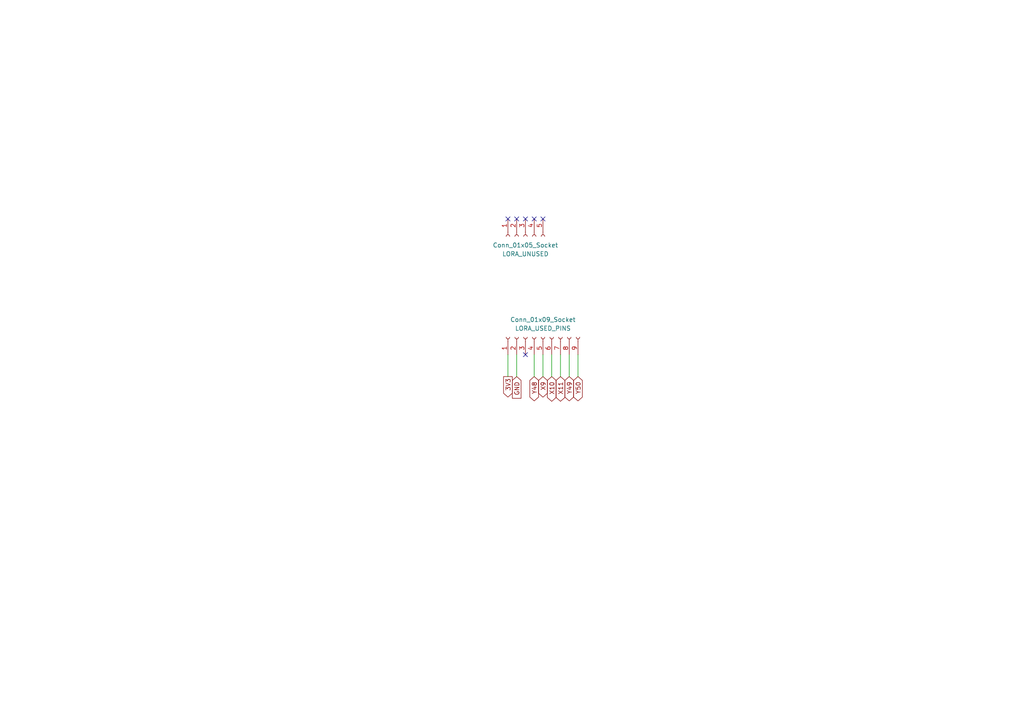
<source format=kicad_sch>
(kicad_sch (version 20231120) (generator "eeschema") (generator_version "8.0")
  (paper "A4")
  (lib_symbols
    (symbol "Connector:Conn_01x05_Socket" (pin_names (offset 1.016) hide)
      (property "Reference" "J" (at 0 7.62 0))
      (property "Value" "Conn_01x05_Socket" (at 0 -7.62 0))
      (symbol "Conn_01x05_Socket_1_1"
        (arc (start 0 -4.572) (mid -0.5058 -5.08) (end 0 -5.588) (stroke (width 0.1524)))
        (arc (start 0 -2.032) (mid -0.5058 -2.54) (end 0 -3.048) (stroke (width 0.1524)))
        (polyline (pts (xy -1.27 -5.08) (xy -0.508 -5.08)) (stroke (width 0.1524)))
        (polyline (pts (xy -1.27 -2.54) (xy -0.508 -2.54)) (stroke (width 0.1524)))
        (polyline (pts (xy -1.27 0) (xy -0.508 0)) (stroke (width 0.1524)))
        (polyline (pts (xy -1.27 2.54) (xy -0.508 2.54)) (stroke (width 0.1524)))
        (polyline (pts (xy -1.27 5.08) (xy -0.508 5.08)) (stroke (width 0.1524)))
        (arc (start 0 0.508) (mid -0.5058 0) (end 0 -0.508) (stroke (width 0.1524)))
        (arc (start 0 3.048) (mid -0.5058 2.54) (end 0 2.032) (stroke (width 0.1524)))
        (arc (start 0 5.588) (mid -0.5058 5.08) (end 0 4.572) (stroke (width 0.1524)))
        (pin passive line (at -5.08 5.08 0) (length 3.81) (name "Pin_1") (number "1"))
        (pin passive line (at -5.08 2.54 0) (length 3.81) (name "Pin_2") (number "2"))
        (pin passive line (at -5.08 0 0) (length 3.81) (name "Pin_3") (number "3"))
        (pin passive line (at -5.08 -2.54 0) (length 3.81) (name "Pin_4") (number "4"))
        (pin passive line (at -5.08 -5.08 0) (length 3.81) (name "Pin_5") (number "5"))
      )
    )
    (symbol "Connector:Conn_01x09_Socket" (pin_names (offset 1.016) hide)
      (property "Reference" "J" (at 0 12.7 0))
      (property "Value" "Conn_01x09_Socket" (at 0 -12.7 0))
      (symbol "Conn_01x09_Socket_1_1"
        (arc (start 0 -9.652) (mid -0.5058 -10.16) (end 0 -10.668) (stroke (width 0.1524)))
        (arc (start 0 -7.112) (mid -0.5058 -7.62) (end 0 -8.128) (stroke (width 0.1524)))
        (arc (start 0 -4.572) (mid -0.5058 -5.08) (end 0 -5.588) (stroke (width 0.1524)))
        (arc (start 0 -2.032) (mid -0.5058 -2.54) (end 0 -3.048) (stroke (width 0.1524)))
        (polyline (pts (xy -1.27 -10.16) (xy -0.508 -10.16)) (stroke (width 0.1524)))
        (polyline (pts (xy -1.27 -7.62) (xy -0.508 -7.62)) (stroke (width 0.1524)))
        (polyline (pts (xy -1.27 -5.08) (xy -0.508 -5.08)) (stroke (width 0.1524)))
        (polyline (pts (xy -1.27 -2.54) (xy -0.508 -2.54)) (stroke (width 0.1524)))
        (polyline (pts (xy -1.27 0) (xy -0.508 0)) (stroke (width 0.1524)))
        (polyline (pts (xy -1.27 2.54) (xy -0.508 2.54)) (stroke (width 0.1524)))
        (polyline (pts (xy -1.27 5.08) (xy -0.508 5.08)) (stroke (width 0.1524)))
        (polyline (pts (xy -1.27 7.62) (xy -0.508 7.62)) (stroke (width 0.1524)))
        (polyline (pts (xy -1.27 10.16) (xy -0.508 10.16)) (stroke (width 0.1524)))
        (arc (start 0 0.508) (mid -0.5058 0) (end 0 -0.508) (stroke (width 0.1524)))
        (arc (start 0 3.048) (mid -0.5058 2.54) (end 0 2.032) (stroke (width 0.1524)))
        (arc (start 0 5.588) (mid -0.5058 5.08) (end 0 4.572) (stroke (width 0.1524)))
        (arc (start 0 8.128) (mid -0.5058 7.62) (end 0 7.112) (stroke (width 0.1524)))
        (arc (start 0 10.668) (mid -0.5058 10.16) (end 0 9.652) (stroke (width 0.1524)))
        (pin passive line (at -5.08 10.16 0) (length 3.81) (name "Pin_1") (number "1"))
        (pin passive line (at -5.08 7.62 0) (length 3.81) (name "Pin_2") (number "2"))
        (pin passive line (at -5.08 5.08 0) (length 3.81) (name "Pin_3") (number "3"))
        (pin passive line (at -5.08 2.54 0) (length 3.81) (name "Pin_4") (number "4"))
        (pin passive line (at -5.08 0 0) (length 3.81) (name "Pin_5") (number "5"))
        (pin passive line (at -5.08 -2.54 0) (length 3.81) (name "Pin_6") (number "6"))
        (pin passive line (at -5.08 -5.08 0) (length 3.81) (name "Pin_7") (number "7"))
        (pin passive line (at -5.08 -7.62 0) (length 3.81) (name "Pin_8") (number "8"))
        (pin passive line (at -5.08 -10.16 0) (length 3.81) (name "Pin_9") (number "9"))
      )
    )
  )
  (no_connect (at 152.4 102.87))
  (no_connect (at 157.48 63.5))
  (no_connect (at 154.94 63.5))
  (no_connect (at 147.32 63.5))
  (no_connect (at 149.86 63.5))
  (no_connect (at 152.4 63.5))
  (wire (pts (xy 165.1 102.87) (xy 165.1 109.22)))
  (wire (pts (xy 160.02 102.87) (xy 160.02 109.22)))
  (wire (pts (xy 162.56 102.87) (xy 162.56 109.22)))
  (wire (pts (xy 157.48 102.87) (xy 157.48 109.22)))
  (wire (pts (xy 147.32 102.87) (xy 147.32 109.22)))
  (wire (pts (xy 149.86 102.87) (xy 149.86 109.22)))
  (wire (pts (xy 167.64 102.87) (xy 167.64 109.22)))
  (wire (pts (xy 154.94 102.87) (xy 154.94 109.22)))
  (global_label "Y50" (shape bidirectional) (at 167.64 109.22 270) (property "Intersheetrefs" "${INTERSHEET_REFS}" (effects (hide yes))))
  (global_label "3V3" (shape output) (at 147.32 109.22 270) (property "Intersheetrefs" "${INTERSHEET_REFS}" (effects (hide yes))))
  (global_label "GND" (shape input) (at 149.86 109.22 270) (property "Intersheetrefs" "${INTERSHEET_REFS}" (effects (hide yes))))
  (global_label "Y48" (shape bidirectional) (at 154.94 109.22 270) (property "Intersheetrefs" "${INTERSHEET_REFS}" (effects (hide yes))))
  (global_label "Y49" (shape bidirectional) (at 165.1 109.22 270) (property "Intersheetrefs" "${INTERSHEET_REFS}" (effects (hide yes))))
  (global_label "X11" (shape bidirectional) (at 162.56 109.22 270) (property "Intersheetrefs" "${INTERSHEET_REFS}" (effects (hide yes))))
  (global_label "X9" (shape bidirectional) (at 157.48 109.22 270) (property "Intersheetrefs" "${INTERSHEET_REFS}" (effects (hide yes))))
  (global_label "X10" (shape bidirectional) (at 160.02 109.22 270) (property "Intersheetrefs" "${INTERSHEET_REFS}" (effects (hide yes))))
  (symbol (lib_id "Connector:Conn_01x09_Socket") (at 157.48 97.79 90) (unit 1)
    (property "Reference" "LORA_USED_PINS" (at 157.48 95.25 90))
    (property "Value" "Conn_01x09_Socket" (at 157.48 92.71 90))
    (property "Footprint" "Connector_PinSocket_2.54mm:PinSocket_1x09_P2.54mm_Vertical" (effects (hide yes)))
    (property "Description" "Generic connector, single row, 01x09, script generated" (effects (hide yes)))
  )
  (symbol (lib_id "Connector:Conn_01x05_Socket") (at 152.4 68.58 90) (mirror x) (unit 1)
    (property "Reference" "LORA_UNUSED" (at 152.4 73.66 90))
    (property "Value" "Conn_01x05_Socket" (at 152.4 71.12 90))
    (property "Footprint" "Connector_PinSocket_2.54mm:PinSocket_1x05_P2.54mm_Vertical" (effects (hide yes)))
    (property "Description" "Generic connector, single row, 01x05, script generated" (effects (hide yes)))
  )
)
</source>
